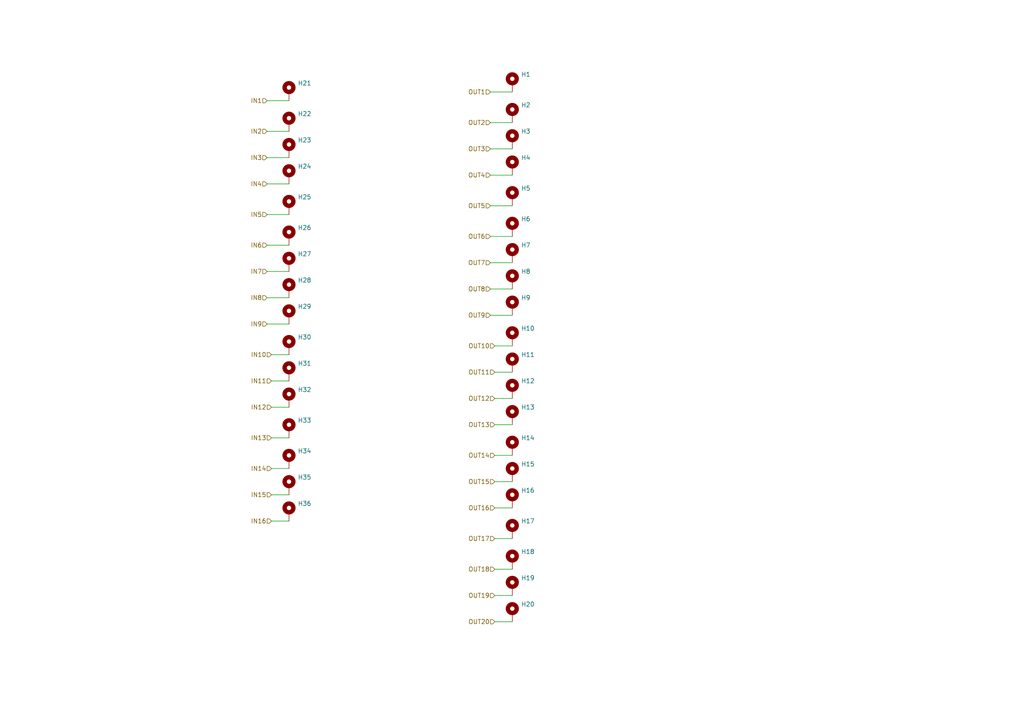
<source format=kicad_sch>
(kicad_sch (version 20250114) (generator "eeschema") (generator_version "9.0")
  (paper "A4")
  (title_block (title "Control Unit Tester") (date "2025-05-20"))
  (lib_symbols
    (symbol "Mechanical:MountingHole_Pad" (pin_numbers (hide yes)) (pin_names (offset 1.016) (hide yes)) (exclude_from_sim yes) (in_bom no)
      (property "Reference" "H" (at 0 6.35 0))
      (property "Value" "MountingHole_Pad" (at 0 4.445 0))
      (symbol "MountingHole_Pad_0_1"
        (circle (center 0 1.27) (radius 1.27) (stroke (width 1.27)))
      )
      (symbol "MountingHole_Pad_1_1"
        (pin input line (at 0 -2.54 90) (length 2.54) (name "1") (number "1"))
      )
    )
  )
  (wire (pts (xy 143.51 180.34) (xy 148.59 180.34)))
  (wire (pts (xy 143.51 165.1) (xy 148.59 165.1)))
  (wire (pts (xy 143.51 139.7) (xy 148.59 139.7)))
  (wire (pts (xy 142.24 83.82) (xy 148.59 83.82)))
  (wire (pts (xy 142.24 43.18) (xy 148.59 43.18)))
  (wire (pts (xy 143.51 115.57) (xy 148.59 115.57)))
  (wire (pts (xy 77.47 62.23) (xy 83.82 62.23)))
  (wire (pts (xy 78.74 135.89) (xy 83.82 135.89)))
  (wire (pts (xy 143.51 147.32) (xy 148.59 147.32)))
  (wire (pts (xy 78.74 118.11) (xy 83.82 118.11)))
  (wire (pts (xy 142.24 35.56) (xy 148.59 35.56)))
  (wire (pts (xy 143.51 123.19) (xy 148.59 123.19)))
  (wire (pts (xy 78.74 127) (xy 83.82 127)))
  (wire (pts (xy 77.47 71.12) (xy 83.82 71.12)))
  (wire (pts (xy 142.24 68.58) (xy 148.59 68.58)))
  (wire (pts (xy 143.51 156.21) (xy 148.59 156.21)))
  (wire (pts (xy 143.51 132.08) (xy 148.59 132.08)))
  (wire (pts (xy 142.24 76.2) (xy 148.59 76.2)))
  (wire (pts (xy 77.47 53.34) (xy 83.82 53.34)))
  (wire (pts (xy 77.47 78.74) (xy 83.82 78.74)))
  (wire (pts (xy 142.24 50.8) (xy 148.59 50.8)))
  (wire (pts (xy 78.74 143.51) (xy 83.82 143.51)))
  (wire (pts (xy 143.51 100.33) (xy 148.59 100.33)))
  (wire (pts (xy 142.24 91.44) (xy 148.59 91.44)))
  (wire (pts (xy 143.51 172.72) (xy 148.59 172.72)))
  (wire (pts (xy 77.47 86.36) (xy 83.82 86.36)))
  (wire (pts (xy 142.24 59.69) (xy 148.59 59.69)))
  (wire (pts (xy 77.47 29.21) (xy 83.82 29.21)))
  (wire (pts (xy 78.74 102.87) (xy 83.82 102.87)))
  (wire (pts (xy 78.74 151.13) (xy 83.82 151.13)))
  (wire (pts (xy 78.74 110.49) (xy 83.82 110.49)))
  (wire (pts (xy 77.47 38.1) (xy 83.82 38.1)))
  (wire (pts (xy 77.47 45.72) (xy 83.82 45.72)))
  (wire (pts (xy 143.51 107.95) (xy 148.59 107.95)))
  (wire (pts (xy 142.24 26.67) (xy 148.59 26.67)))
  (wire (pts (xy 77.47 93.98) (xy 83.82 93.98)))
  (hierarchical_label "IN8" (shape input) (at 77.47 86.36 180))
  (hierarchical_label "IN9" (shape input) (at 77.47 93.98 180))
  (hierarchical_label "OUT17" (shape input) (at 143.51 156.21 180))
  (hierarchical_label "OUT1" (shape input) (at 142.24 26.67 180))
  (hierarchical_label "OUT8" (shape input) (at 142.24 83.82 180))
  (hierarchical_label "OUT9" (shape input) (at 142.24 91.44 180))
  (hierarchical_label "OUT12" (shape input) (at 143.51 115.57 180))
  (hierarchical_label "OUT6" (shape input) (at 142.24 68.58 180))
  (hierarchical_label "OUT16" (shape input) (at 143.51 147.32 180))
  (hierarchical_label "OUT2" (shape input) (at 142.24 35.56 180))
  (hierarchical_label "IN3" (shape input) (at 77.47 45.72 180))
  (hierarchical_label "IN7" (shape input) (at 77.47 78.74 180))
  (hierarchical_label "OUT5" (shape input) (at 142.24 59.69 180))
  (hierarchical_label "OUT14" (shape input) (at 143.51 132.08 180))
  (hierarchical_label "IN6" (shape input) (at 77.47 71.12 180))
  (hierarchical_label "IN13" (shape input) (at 78.74 127 180))
  (hierarchical_label "IN12" (shape input) (at 78.74 118.11 180))
  (hierarchical_label "IN15" (shape input) (at 78.74 143.51 180))
  (hierarchical_label "OUT3" (shape input) (at 142.24 43.18 180))
  (hierarchical_label "OUT18" (shape input) (at 143.51 165.1 180))
  (hierarchical_label "OUT10" (shape input) (at 143.51 100.33 180))
  (hierarchical_label "IN4" (shape input) (at 77.47 53.34 180))
  (hierarchical_label "IN1" (shape input) (at 77.47 29.21 180))
  (hierarchical_label "OUT4" (shape input) (at 142.24 50.8 180))
  (hierarchical_label "IN5" (shape input) (at 77.47 62.23 180))
  (hierarchical_label "IN10" (shape input) (at 78.74 102.87 180))
  (hierarchical_label "OUT15" (shape input) (at 143.51 139.7 180))
  (hierarchical_label "OUT19" (shape input) (at 143.51 172.72 180))
  (hierarchical_label "OUT7" (shape input) (at 142.24 76.2 180))
  (hierarchical_label "IN14" (shape input) (at 78.74 135.89 180))
  (hierarchical_label "IN11" (shape input) (at 78.74 110.49 180))
  (hierarchical_label "IN2" (shape input) (at 77.47 38.1 180))
  (hierarchical_label "OUT20" (shape input) (at 143.51 180.34 180))
  (hierarchical_label "OUT11" (shape input) (at 143.51 107.95 180))
  (hierarchical_label "OUT13" (shape input) (at 143.51 123.19 180))
  (hierarchical_label "IN16" (shape input) (at 78.74 151.13 180))
  (symbol (lib_id "Mechanical:MountingHole_Pad") (at 148.59 170.18 0) (unit 1) (exclude_from_sim yes) (in_bom no)
    (property "Reference" "H19" (at 151.13 167.6399 0) (effects (justify left)))
    (property "Value" "MountingHole_Pad" (effects (hide yes)))
    (property "Description" "Mounting Hole with connection" (effects (hide yes)))
  )
  (symbol (lib_id "Mechanical:MountingHole_Pad") (at 148.59 177.8 0) (unit 1) (exclude_from_sim yes) (in_bom no)
    (property "Reference" "H20" (at 151.13 175.2599 0) (effects (justify left)))
    (property "Value" "MountingHole_Pad" (effects (hide yes)))
    (property "Description" "Mounting Hole with connection" (effects (hide yes)))
  )
  (symbol (lib_id "Mechanical:MountingHole_Pad") (at 148.59 40.64 0) (unit 1) (exclude_from_sim yes) (in_bom no)
    (property "Reference" "H3" (at 151.13 38.0999 0) (effects (justify left)))
    (property "Value" "MountingHole_Pad" (effects (hide yes)))
    (property "Description" "Mounting Hole with connection" (effects (hide yes)))
  )
  (symbol (lib_id "Mechanical:MountingHole_Pad") (at 148.59 81.28 0) (unit 1) (exclude_from_sim yes) (in_bom no)
    (property "Reference" "H8" (at 151.13 78.7399 0) (effects (justify left)))
    (property "Value" "MountingHole_Pad" (effects (hide yes)))
    (property "Description" "Mounting Hole with connection" (effects (hide yes)))
  )
  (symbol (lib_id "Mechanical:MountingHole_Pad") (at 83.82 133.35 0) (unit 1) (exclude_from_sim yes) (in_bom no)
    (property "Reference" "H34" (at 86.36 130.8099 0) (effects (justify left)))
    (property "Value" "MountingHole_Pad" (effects (hide yes)))
    (property "Description" "Mounting Hole with connection" (effects (hide yes)))
  )
  (symbol (lib_id "Mechanical:MountingHole_Pad") (at 83.82 148.59 0) (unit 1) (exclude_from_sim yes) (in_bom no)
    (property "Reference" "H36" (at 86.36 146.0499 0) (effects (justify left)))
    (property "Value" "MountingHole_Pad" (effects (hide yes)))
    (property "Description" "Mounting Hole with connection" (effects (hide yes)))
  )
  (symbol (lib_id "Mechanical:MountingHole_Pad") (at 148.59 97.79 0) (unit 1) (exclude_from_sim yes) (in_bom no)
    (property "Reference" "H10" (at 151.13 95.2499 0) (effects (justify left)))
    (property "Value" "MountingHole_Pad" (effects (hide yes)))
    (property "Description" "Mounting Hole with connection" (effects (hide yes)))
  )
  (symbol (lib_id "Mechanical:MountingHole_Pad") (at 83.82 83.82 0) (unit 1) (exclude_from_sim yes) (in_bom no)
    (property "Reference" "H28" (at 86.36 81.2799 0) (effects (justify left)))
    (property "Value" "MountingHole_Pad" (effects (hide yes)))
    (property "Description" "Mounting Hole with connection" (effects (hide yes)))
  )
  (symbol (lib_id "Mechanical:MountingHole_Pad") (at 148.59 129.54 0) (unit 1) (exclude_from_sim yes) (in_bom no)
    (property "Reference" "H14" (at 151.13 126.9999 0) (effects (justify left)))
    (property "Value" "MountingHole_Pad" (effects (hide yes)))
    (property "Description" "Mounting Hole with connection" (effects (hide yes)))
  )
  (symbol (lib_id "Mechanical:MountingHole_Pad") (at 83.82 124.46 0) (unit 1) (exclude_from_sim yes) (in_bom no)
    (property "Reference" "H33" (at 86.36 121.9199 0) (effects (justify left)))
    (property "Value" "MountingHole_Pad" (effects (hide yes)))
    (property "Description" "Mounting Hole with connection" (effects (hide yes)))
  )
  (symbol (lib_id "Mechanical:MountingHole_Pad") (at 148.59 105.41 0) (unit 1) (exclude_from_sim yes) (in_bom no)
    (property "Reference" "H11" (at 151.13 102.8699 0) (effects (justify left)))
    (property "Value" "MountingHole_Pad" (effects (hide yes)))
    (property "Description" "Mounting Hole with connection" (effects (hide yes)))
  )
  (symbol (lib_id "Mechanical:MountingHole_Pad") (at 148.59 66.04 0) (unit 1) (exclude_from_sim yes) (in_bom no)
    (property "Reference" "H6" (at 151.13 63.4999 0) (effects (justify left)))
    (property "Value" "MountingHole_Pad" (effects (hide yes)))
    (property "Description" "Mounting Hole with connection" (effects (hide yes)))
  )
  (symbol (lib_id "Mechanical:MountingHole_Pad") (at 83.82 91.44 0) (unit 1) (exclude_from_sim yes) (in_bom no)
    (property "Reference" "H29" (at 86.36 88.8999 0) (effects (justify left)))
    (property "Value" "MountingHole_Pad" (effects (hide yes)))
    (property "Description" "Mounting Hole with connection" (effects (hide yes)))
  )
  (symbol (lib_id "Mechanical:MountingHole_Pad") (at 83.82 107.95 0) (unit 1) (exclude_from_sim yes) (in_bom no)
    (property "Reference" "H31" (at 86.36 105.4099 0) (effects (justify left)))
    (property "Value" "MountingHole_Pad" (effects (hide yes)))
    (property "Description" "Mounting Hole with connection" (effects (hide yes)))
  )
  (symbol (lib_id "Mechanical:MountingHole_Pad") (at 148.59 120.65 0) (unit 1) (exclude_from_sim yes) (in_bom no)
    (property "Reference" "H13" (at 151.13 118.1099 0) (effects (justify left)))
    (property "Value" "MountingHole_Pad" (effects (hide yes)))
    (property "Description" "Mounting Hole with connection" (effects (hide yes)))
  )
  (symbol (lib_id "Mechanical:MountingHole_Pad") (at 148.59 137.16 0) (unit 1) (exclude_from_sim yes) (in_bom no)
    (property "Reference" "H15" (at 151.13 134.6199 0) (effects (justify left)))
    (property "Value" "MountingHole_Pad" (effects (hide yes)))
    (property "Description" "Mounting Hole with connection" (effects (hide yes)))
  )
  (symbol (lib_id "Mechanical:MountingHole_Pad") (at 148.59 48.26 0) (unit 1) (exclude_from_sim yes) (in_bom no)
    (property "Reference" "H4" (at 151.13 45.7199 0) (effects (justify left)))
    (property "Value" "MountingHole_Pad" (effects (hide yes)))
    (property "Description" "Mounting Hole with connection" (effects (hide yes)))
  )
  (symbol (lib_id "Mechanical:MountingHole_Pad") (at 148.59 33.02 0) (unit 1) (exclude_from_sim yes) (in_bom no)
    (property "Reference" "H2" (at 151.13 30.4799 0) (effects (justify left)))
    (property "Value" "MountingHole_Pad" (effects (hide yes)))
    (property "Description" "Mounting Hole with connection" (effects (hide yes)))
  )
  (symbol (lib_id "Mechanical:MountingHole_Pad") (at 148.59 162.56 0) (unit 1) (exclude_from_sim yes) (in_bom no)
    (property "Reference" "H18" (at 151.13 160.0199 0) (effects (justify left)))
    (property "Value" "MountingHole_Pad" (effects (hide yes)))
    (property "Description" "Mounting Hole with connection" (effects (hide yes)))
  )
  (symbol (lib_id "Mechanical:MountingHole_Pad") (at 148.59 24.13 0) (unit 1) (exclude_from_sim yes) (in_bom no)
    (property "Reference" "H1" (at 151.13 21.5899 0) (effects (justify left)))
    (property "Value" "MountingHole_Pad" (effects (hide yes)))
    (property "Description" "Mounting Hole with connection" (effects (hide yes)))
  )
  (symbol (lib_id "Mechanical:MountingHole_Pad") (at 148.59 153.67 0) (unit 1) (exclude_from_sim yes) (in_bom no)
    (property "Reference" "H17" (at 151.13 151.1299 0) (effects (justify left)))
    (property "Value" "MountingHole_Pad" (effects (hide yes)))
    (property "Description" "Mounting Hole with connection" (effects (hide yes)))
  )
  (symbol (lib_id "Mechanical:MountingHole_Pad") (at 148.59 113.03 0) (unit 1) (exclude_from_sim yes) (in_bom no)
    (property "Reference" "H12" (at 151.13 110.4899 0) (effects (justify left)))
    (property "Value" "MountingHole_Pad" (effects (hide yes)))
    (property "Description" "Mounting Hole with connection" (effects (hide yes)))
  )
  (symbol (lib_id "Mechanical:MountingHole_Pad") (at 148.59 57.15 0) (unit 1) (exclude_from_sim yes) (in_bom no)
    (property "Reference" "H5" (at 151.13 54.6099 0) (effects (justify left)))
    (property "Value" "MountingHole_Pad" (effects (hide yes)))
    (property "Description" "Mounting Hole with connection" (effects (hide yes)))
  )
  (symbol (lib_id "Mechanical:MountingHole_Pad") (at 83.82 68.58 0) (unit 1) (exclude_from_sim yes) (in_bom no)
    (property "Reference" "H26" (at 86.36 66.0399 0) (effects (justify left)))
    (property "Value" "MountingHole_Pad" (effects (hide yes)))
    (property "Description" "Mounting Hole with connection" (effects (hide yes)))
  )
  (symbol (lib_id "Mechanical:MountingHole_Pad") (at 148.59 73.66 0) (unit 1) (exclude_from_sim yes) (in_bom no)
    (property "Reference" "H7" (at 151.13 71.1199 0) (effects (justify left)))
    (property "Value" "MountingHole_Pad" (effects (hide yes)))
    (property "Description" "Mounting Hole with connection" (effects (hide yes)))
  )
  (symbol (lib_id "Mechanical:MountingHole_Pad") (at 83.82 26.67 0) (unit 1) (exclude_from_sim yes) (in_bom no)
    (property "Reference" "H21" (at 86.36 24.1299 0) (effects (justify left)))
    (property "Value" "MountingHole_Pad" (effects (hide yes)))
    (property "Description" "Mounting Hole with connection" (effects (hide yes)))
  )
  (symbol (lib_id "Mechanical:MountingHole_Pad") (at 83.82 59.69 0) (unit 1) (exclude_from_sim yes) (in_bom no)
    (property "Reference" "H25" (at 86.36 57.1499 0) (effects (justify left)))
    (property "Value" "MountingHole_Pad" (effects (hide yes)))
    (property "Description" "Mounting Hole with connection" (effects (hide yes)))
  )
  (symbol (lib_id "Mechanical:MountingHole_Pad") (at 148.59 144.78 0) (unit 1) (exclude_from_sim yes) (in_bom no)
    (property "Reference" "H16" (at 151.13 142.2399 0) (effects (justify left)))
    (property "Value" "MountingHole_Pad" (effects (hide yes)))
    (property "Description" "Mounting Hole with connection" (effects (hide yes)))
  )
  (symbol (lib_id "Mechanical:MountingHole_Pad") (at 83.82 43.18 0) (unit 1) (exclude_from_sim yes) (in_bom no)
    (property "Reference" "H23" (at 86.36 40.6399 0) (effects (justify left)))
    (property "Value" "MountingHole_Pad" (effects (hide yes)))
    (property "Description" "Mounting Hole with connection" (effects (hide yes)))
  )
  (symbol (lib_id "Mechanical:MountingHole_Pad") (at 83.82 76.2 0) (unit 1) (exclude_from_sim yes) (in_bom no)
    (property "Reference" "H27" (at 86.36 73.6599 0) (effects (justify left)))
    (property "Value" "MountingHole_Pad" (effects (hide yes)))
    (property "Description" "Mounting Hole with connection" (effects (hide yes)))
  )
  (symbol (lib_id "Mechanical:MountingHole_Pad") (at 83.82 50.8 0) (unit 1) (exclude_from_sim yes) (in_bom no)
    (property "Reference" "H24" (at 86.36 48.2599 0) (effects (justify left)))
    (property "Value" "MountingHole_Pad" (effects (hide yes)))
    (property "Description" "Mounting Hole with connection" (effects (hide yes)))
  )
  (symbol (lib_id "Mechanical:MountingHole_Pad") (at 148.59 88.9 0) (unit 1) (exclude_from_sim yes) (in_bom no)
    (property "Reference" "H9" (at 151.13 86.3599 0) (effects (justify left)))
    (property "Value" "MountingHole_Pad" (effects (hide yes)))
    (property "Description" "Mounting Hole with connection" (effects (hide yes)))
  )
  (symbol (lib_id "Mechanical:MountingHole_Pad") (at 83.82 115.57 0) (unit 1) (exclude_from_sim yes) (in_bom no)
    (property "Reference" "H32" (at 86.36 113.0299 0) (effects (justify left)))
    (property "Value" "MountingHole_Pad" (effects (hide yes)))
    (property "Description" "Mounting Hole with connection" (effects (hide yes)))
  )
  (symbol (lib_id "Mechanical:MountingHole_Pad") (at 83.82 35.56 0) (unit 1) (exclude_from_sim yes) (in_bom no)
    (property "Reference" "H22" (at 86.36 33.0199 0) (effects (justify left)))
    (property "Value" "MountingHole_Pad" (effects (hide yes)))
    (property "Description" "Mounting Hole with connection" (effects (hide yes)))
  )
  (symbol (lib_id "Mechanical:MountingHole_Pad") (at 83.82 140.97 0) (unit 1) (exclude_from_sim yes) (in_bom no)
    (property "Reference" "H35" (at 86.36 138.4299 0) (effects (justify left)))
    (property "Value" "MountingHole_Pad" (effects (hide yes)))
    (property "Description" "Mounting Hole with connection" (effects (hide yes)))
  )
  (symbol (lib_id "Mechanical:MountingHole_Pad") (at 83.82 100.33 0) (unit 1) (exclude_from_sim yes) (in_bom no)
    (property "Reference" "H30" (at 86.36 97.7899 0) (effects (justify left)))
    (property "Value" "MountingHole_Pad" (effects (hide yes)))
    (property "Description" "Mounting Hole with connection" (effects (hide yes)))
  )
)
</source>
